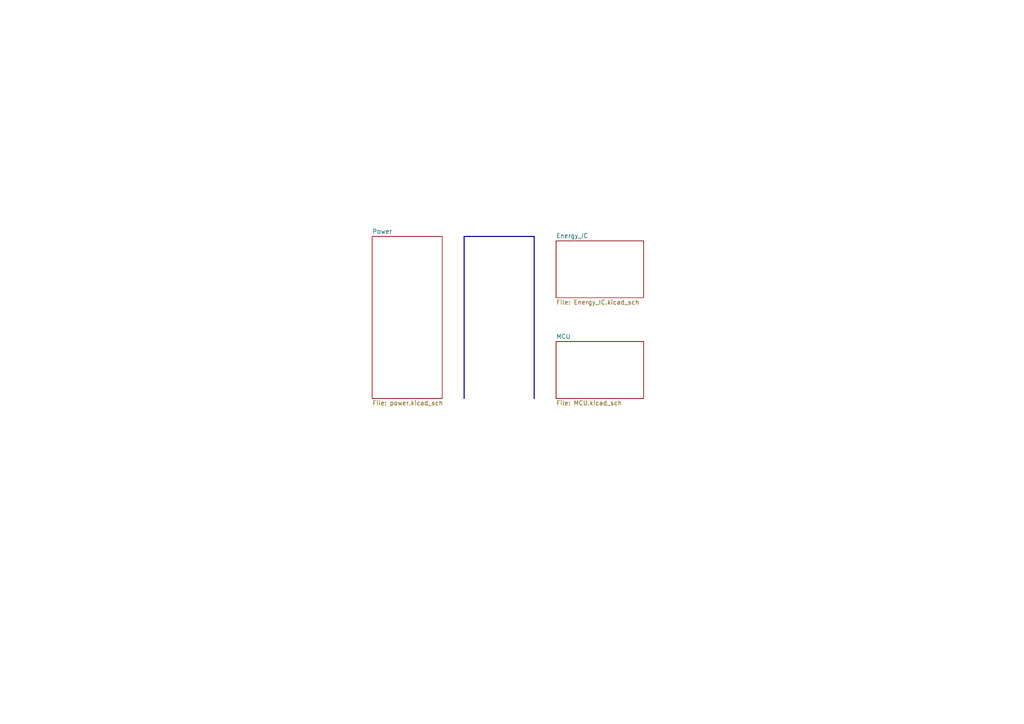
<source format=kicad_sch>
(kicad_sch
	(version 20250114)
	(generator "eeschema")
	(generator_version "9.0")
	(uuid "b3a00096-e201-45d6-8313-ccf00a75c96f")
	(paper "A4")
	(lib_symbols)
	(bus
		(pts
			(xy 134.62 115.57) (xy 134.62 68.58)
		)
		(stroke
			(width 0)
			(type default)
		)
		(uuid "05df2f98-1f11-4530-8557-664f376ded7a")
	)
	(bus
		(pts
			(xy 154.94 68.58) (xy 154.94 115.57)
		)
		(stroke
			(width 0)
			(type default)
		)
		(uuid "550ad60d-0c2a-45ca-a266-0d11856fcf3e")
	)
	(bus
		(pts
			(xy 134.62 68.58) (xy 154.94 68.58)
		)
		(stroke
			(width 0)
			(type default)
		)
		(uuid "f8e27bd6-d41c-4829-b31a-2f90a93920cc")
	)
	(sheet
		(at 107.95 68.58)
		(size 20.32 46.99)
		(exclude_from_sim no)
		(in_bom yes)
		(on_board yes)
		(dnp no)
		(fields_autoplaced yes)
		(stroke
			(width 0.1524)
			(type solid)
		)
		(fill
			(color 0 0 0 0.0000)
		)
		(uuid "898cdbbf-5924-41ba-953e-04f738a80062")
		(property "Sheetname" "Power"
			(at 107.95 67.8684 0)
			(effects
				(font
					(size 1.27 1.27)
				)
				(justify left bottom)
			)
		)
		(property "Sheetfile" "power.kicad_sch"
			(at 107.95 116.1546 0)
			(effects
				(font
					(size 1.27 1.27)
				)
				(justify left top)
			)
		)
		(instances
			(project "Energry_monitor"
				(path "/b3a00096-e201-45d6-8313-ccf00a75c96f"
					(page "3")
				)
			)
		)
	)
	(sheet
		(at 161.29 69.85)
		(size 25.4 16.51)
		(exclude_from_sim no)
		(in_bom yes)
		(on_board yes)
		(dnp no)
		(fields_autoplaced yes)
		(stroke
			(width 0.1524)
			(type solid)
		)
		(fill
			(color 0 0 0 0.0000)
		)
		(uuid "cf137352-20d7-470c-8d18-0a5a7a2aba60")
		(property "Sheetname" "Energy_IC"
			(at 161.29 69.1384 0)
			(effects
				(font
					(size 1.27 1.27)
				)
				(justify left bottom)
			)
		)
		(property "Sheetfile" "Energy_IC.kicad_sch"
			(at 161.29 86.9446 0)
			(effects
				(font
					(size 1.27 1.27)
				)
				(justify left top)
			)
		)
		(instances
			(project "Energry_monitor"
				(path "/b3a00096-e201-45d6-8313-ccf00a75c96f"
					(page "4")
				)
			)
		)
	)
	(sheet
		(at 161.29 99.06)
		(size 25.4 16.51)
		(exclude_from_sim no)
		(in_bom yes)
		(on_board yes)
		(dnp no)
		(fields_autoplaced yes)
		(stroke
			(width 0.1524)
			(type solid)
		)
		(fill
			(color 0 0 0 0.0000)
		)
		(uuid "f6d29f19-82be-493b-ac03-8f5d2874d778")
		(property "Sheetname" "MCU"
			(at 161.29 98.3484 0)
			(effects
				(font
					(size 1.27 1.27)
				)
				(justify left bottom)
			)
		)
		(property "Sheetfile" "MCU.kicad_sch"
			(at 161.29 116.1546 0)
			(effects
				(font
					(size 1.27 1.27)
				)
				(justify left top)
			)
		)
		(instances
			(project "Energry_monitor"
				(path "/b3a00096-e201-45d6-8313-ccf00a75c96f"
					(page "2")
				)
			)
		)
	)
	(sheet_instances
		(path "/"
			(page "1")
		)
	)
	(embedded_fonts no)
)

</source>
